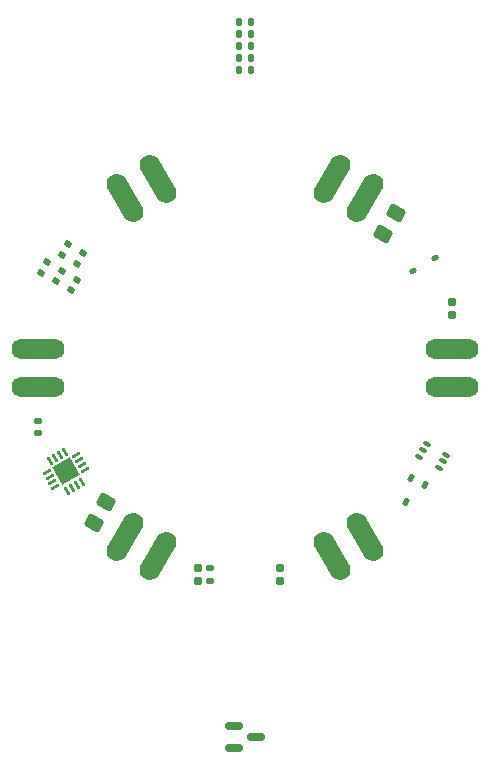
<source format=gbr>
%TF.GenerationSoftware,KiCad,Pcbnew,7.0.10-7.0.10~ubuntu20.04.1*%
%TF.CreationDate,2024-07-01T02:38:11+03:00*%
%TF.ProjectId,Tacho,54616368-6f2e-46b6-9963-61645f706362,rev?*%
%TF.SameCoordinates,Original*%
%TF.FileFunction,Soldermask,Top*%
%TF.FilePolarity,Negative*%
%FSLAX46Y46*%
G04 Gerber Fmt 4.6, Leading zero omitted, Abs format (unit mm)*
G04 Created by KiCad (PCBNEW 7.0.10-7.0.10~ubuntu20.04.1) date 2024-07-01 02:38:11*
%MOMM*%
%LPD*%
G01*
G04 APERTURE LIST*
G04 Aperture macros list*
%AMRoundRect*
0 Rectangle with rounded corners*
0 $1 Rounding radius*
0 $2 $3 $4 $5 $6 $7 $8 $9 X,Y pos of 4 corners*
0 Add a 4 corners polygon primitive as box body*
4,1,4,$2,$3,$4,$5,$6,$7,$8,$9,$2,$3,0*
0 Add four circle primitives for the rounded corners*
1,1,$1+$1,$2,$3*
1,1,$1+$1,$4,$5*
1,1,$1+$1,$6,$7*
1,1,$1+$1,$8,$9*
0 Add four rect primitives between the rounded corners*
20,1,$1+$1,$2,$3,$4,$5,0*
20,1,$1+$1,$4,$5,$6,$7,0*
20,1,$1+$1,$6,$7,$8,$9,0*
20,1,$1+$1,$8,$9,$2,$3,0*%
%AMRotRect*
0 Rectangle, with rotation*
0 The origin of the aperture is its center*
0 $1 length*
0 $2 width*
0 $3 Rotation angle, in degrees counterclockwise*
0 Add horizontal line*
21,1,$1,$2,0,0,$3*%
G04 Aperture macros list end*
%ADD10RoundRect,0.147500X-0.147500X-0.172500X0.147500X-0.172500X0.147500X0.172500X-0.147500X0.172500X0*%
%ADD11RoundRect,0.112500X-0.106130X-0.191178X0.218630X-0.003678X0.106130X0.191178X-0.218630X0.003678X0*%
%ADD12RoundRect,0.250000X0.242612X-0.529784X0.580112X0.054784X-0.242612X0.529784X-0.580112X-0.054784X0*%
%ADD13RoundRect,0.135000X0.092715X-0.209413X0.227715X0.024413X-0.092715X0.209413X-0.227715X-0.024413X0*%
%ADD14RoundRect,0.062500X0.229127X-0.271859X-0.120873X0.334359X-0.229127X0.271859X0.120873X-0.334359X0*%
%ADD15RoundRect,0.062500X0.334359X0.120873X0.271859X0.229127X-0.334359X-0.120873X-0.271859X-0.229127X0*%
%ADD16RotRect,1.700000X1.700000X120.000000*%
%ADD17RoundRect,0.135000X0.185000X-0.135000X0.185000X0.135000X-0.185000X0.135000X-0.185000X-0.135000X0*%
%ADD18RoundRect,0.875000X1.375000X0.000000X1.375000X0.000000X-1.375000X0.000000X-1.375000X0.000000X0*%
%ADD19RoundRect,0.875000X-0.687500X-1.190785X-0.687500X-1.190785X0.687500X1.190785X0.687500X1.190785X0*%
%ADD20RoundRect,0.155000X-0.155000X0.212500X-0.155000X-0.212500X0.155000X-0.212500X0.155000X0.212500X0*%
%ADD21RoundRect,0.135000X-0.185000X0.135000X-0.185000X-0.135000X0.185000X-0.135000X0.185000X0.135000X0*%
%ADD22RoundRect,0.875000X-0.687500X1.190785X-0.687500X1.190785X0.687500X-1.190785X0.687500X-1.190785X0*%
%ADD23RoundRect,0.155000X0.155000X-0.212500X0.155000X0.212500X-0.155000X0.212500X-0.155000X-0.212500X0*%
%ADD24RoundRect,0.150000X-0.587500X-0.150000X0.587500X-0.150000X0.587500X0.150000X-0.587500X0.150000X0*%
%ADD25RoundRect,0.100000X-0.244856X0.025897X0.144856X-0.199103X0.244856X-0.025897X-0.144856X0.199103X0*%
%ADD26RoundRect,0.112500X0.216178X0.149431X0.021322X0.261931X-0.216178X-0.149431X-0.021322X-0.261931X0*%
G04 APERTURE END LIST*
D10*
%TO.C,D3*%
X99515000Y-72750000D03*
X100485000Y-72750000D03*
%TD*%
D11*
%TO.C,D6*%
X116064772Y-90725000D03*
X114246118Y-91775000D03*
%TD*%
D10*
%TO.C,D5*%
X99515000Y-70750000D03*
X100485000Y-70750000D03*
%TD*%
%TO.C,D4*%
X99515000Y-71750000D03*
X100485000Y-71750000D03*
%TD*%
D12*
%TO.C,C2*%
X112768750Y-86851499D03*
X111731250Y-88648501D03*
%TD*%
D13*
%TO.C,R4*%
X85005000Y-89558327D03*
X84495000Y-90441673D03*
%TD*%
D14*
%TO.C,U2*%
X84926286Y-110391562D03*
X85359299Y-110141562D03*
X85792311Y-109891562D03*
X86225324Y-109641562D03*
D15*
X86486117Y-108668269D03*
X86236117Y-108235256D03*
X85986117Y-107802244D03*
X85736117Y-107369231D03*
D14*
X84762824Y-107108438D03*
X84329811Y-107358438D03*
X83896799Y-107608438D03*
X83463786Y-107858438D03*
D15*
X83202993Y-108831731D03*
X83452993Y-109264744D03*
X83702993Y-109697756D03*
X83952993Y-110130769D03*
D16*
X84844555Y-108750000D03*
%TD*%
D17*
%TO.C,R7*%
X97000000Y-116990000D03*
X97000000Y-118010000D03*
%TD*%
D18*
%TO.C,L4*%
X82500000Y-101625000D03*
X82500000Y-98375000D03*
%TD*%
%TO.C,L1*%
X117500000Y-101625000D03*
X117500000Y-98375000D03*
%TD*%
D19*
%TO.C,L2*%
X110157291Y-85657055D03*
X107342709Y-84032055D03*
%TD*%
D20*
%TO.C,C1*%
X103000000Y-116932500D03*
X103000000Y-118067500D03*
%TD*%
D21*
%TO.C,R6*%
X82500000Y-104490000D03*
X82500000Y-105510000D03*
%TD*%
D13*
%TO.C,R5*%
X82745000Y-91941673D03*
X83255000Y-91058327D03*
%TD*%
D22*
%TO.C,L6*%
X110157291Y-114342945D03*
X107342709Y-115967945D03*
%TD*%
D23*
%TO.C,C5*%
X96000000Y-118067500D03*
X96000000Y-116932500D03*
%TD*%
D24*
%TO.C,U3*%
X99062500Y-130300000D03*
X99062500Y-132200000D03*
X100937500Y-131250000D03*
%TD*%
D23*
%TO.C,C4*%
X117500000Y-95567500D03*
X117500000Y-94432500D03*
%TD*%
D10*
%TO.C,D2*%
X99515000Y-73750000D03*
X100485000Y-73750000D03*
%TD*%
D19*
%TO.C,L5*%
X89842709Y-114342945D03*
X92657291Y-115967945D03*
%TD*%
D25*
%TO.C,Q3*%
X117053169Y-107363045D03*
X116728169Y-107925962D03*
X116403169Y-108488879D03*
X114757721Y-107538879D03*
X115082721Y-106975962D03*
X115407721Y-106413045D03*
%TD*%
D13*
%TO.C,R2*%
X85745000Y-91191673D03*
X86255000Y-90308327D03*
%TD*%
D22*
%TO.C,L3*%
X92657291Y-84032055D03*
X89842709Y-85657055D03*
%TD*%
D10*
%TO.C,D1*%
X99515000Y-74750000D03*
X100485000Y-74750000D03*
%TD*%
D13*
%TO.C,R3*%
X83995000Y-92691673D03*
X84505000Y-91808327D03*
%TD*%
D12*
%TO.C,C3*%
X87231250Y-113148501D03*
X88268750Y-111351499D03*
%TD*%
D26*
%TO.C,D7*%
X115218362Y-109941026D03*
X114092528Y-109291026D03*
X113655445Y-111348076D03*
%TD*%
D13*
%TO.C,R1*%
X85245000Y-93441673D03*
X85755000Y-92558327D03*
%TD*%
M02*

</source>
